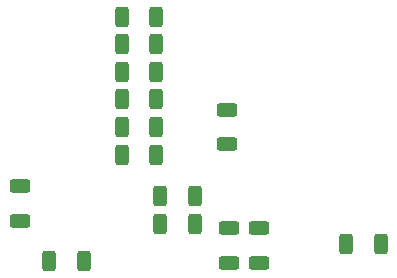
<source format=gbr>
%TF.GenerationSoftware,KiCad,Pcbnew,7.0.8*%
%TF.CreationDate,2023-12-07T20:57:20+01:00*%
%TF.ProjectId,MAIN,4d41494e-2e6b-4696-9361-645f70636258,rev?*%
%TF.SameCoordinates,Original*%
%TF.FileFunction,Paste,Bot*%
%TF.FilePolarity,Positive*%
%FSLAX46Y46*%
G04 Gerber Fmt 4.6, Leading zero omitted, Abs format (unit mm)*
G04 Created by KiCad (PCBNEW 7.0.8) date 2023-12-07 20:57:20*
%MOMM*%
%LPD*%
G01*
G04 APERTURE LIST*
G04 Aperture macros list*
%AMRoundRect*
0 Rectangle with rounded corners*
0 $1 Rounding radius*
0 $2 $3 $4 $5 $6 $7 $8 $9 X,Y pos of 4 corners*
0 Add a 4 corners polygon primitive as box body*
4,1,4,$2,$3,$4,$5,$6,$7,$8,$9,$2,$3,0*
0 Add four circle primitives for the rounded corners*
1,1,$1+$1,$2,$3*
1,1,$1+$1,$4,$5*
1,1,$1+$1,$6,$7*
1,1,$1+$1,$8,$9*
0 Add four rect primitives between the rounded corners*
20,1,$1+$1,$2,$3,$4,$5,0*
20,1,$1+$1,$4,$5,$6,$7,0*
20,1,$1+$1,$6,$7,$8,$9,0*
20,1,$1+$1,$8,$9,$2,$3,0*%
G04 Aperture macros list end*
%ADD10RoundRect,0.250000X-0.625000X0.312500X-0.625000X-0.312500X0.625000X-0.312500X0.625000X0.312500X0*%
%ADD11RoundRect,0.250000X-0.312500X-0.625000X0.312500X-0.625000X0.312500X0.625000X-0.312500X0.625000X0*%
%ADD12RoundRect,0.250000X0.312500X0.625000X-0.312500X0.625000X-0.312500X-0.625000X0.312500X-0.625000X0*%
%ADD13RoundRect,0.250000X0.625000X-0.312500X0.625000X0.312500X-0.625000X0.312500X-0.625000X-0.312500X0*%
G04 APERTURE END LIST*
D10*
%TO.C,R20*%
X126125000Y-132562500D03*
X126125000Y-135487500D03*
%TD*%
D11*
%TO.C,R10*%
X153762500Y-137450000D03*
X156687500Y-137450000D03*
%TD*%
%TO.C,R25*%
X134737500Y-122845452D03*
X137662500Y-122845452D03*
%TD*%
%TO.C,R23*%
X134737500Y-127486358D03*
X137662500Y-127486358D03*
%TD*%
%TO.C,R24*%
X134737500Y-125165904D03*
X137662500Y-125165904D03*
%TD*%
D10*
%TO.C,R17*%
X143825000Y-136112500D03*
X143825000Y-139037500D03*
%TD*%
D11*
%TO.C,R26*%
X134737500Y-120525000D03*
X137662500Y-120525000D03*
%TD*%
D10*
%TO.C,R15*%
X146375000Y-136087500D03*
X146375000Y-139012500D03*
%TD*%
D12*
%TO.C,R19*%
X140962500Y-135750000D03*
X138037500Y-135750000D03*
%TD*%
D13*
%TO.C,R14*%
X143650000Y-128987500D03*
X143650000Y-126062500D03*
%TD*%
D11*
%TO.C,R27*%
X134737500Y-118200000D03*
X137662500Y-118200000D03*
%TD*%
D12*
%TO.C,R21*%
X131562500Y-138875000D03*
X128637500Y-138875000D03*
%TD*%
D11*
%TO.C,R22*%
X134737500Y-129885938D03*
X137662500Y-129885938D03*
%TD*%
D12*
%TO.C,R16*%
X140962500Y-133400000D03*
X138037500Y-133400000D03*
%TD*%
M02*

</source>
